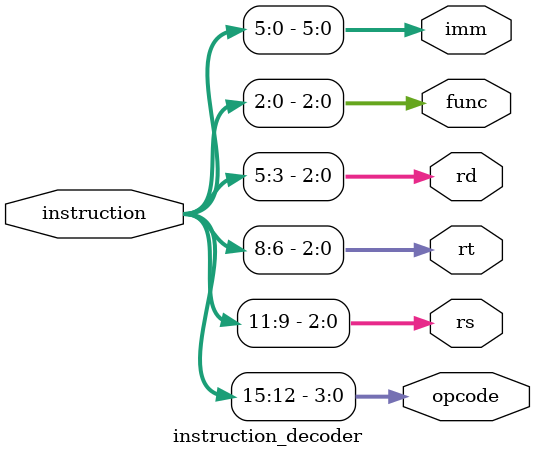
<source format=v>
module instruction_decoder(opcode, rs, rt, rd, func, imm, instruction);

	input [15:0] instruction;
	output [3:0]opcode;
	output [2:0] rs, rt, rd, func;
	output [5:0] imm;
	
	
	buf buf15(opcode[3], instruction[15]);
	buf buf14(opcode[2], instruction[14]);
	buf buf13(opcode[1], instruction[13]);
	buf buf12(opcode[0], instruction[12]);
	buf buf11(rs[2], 	instruction[11]);
	buf buf10(rs[1], 	instruction[10]);
	buf buf9 (rs[0], 	instruction[9]);
	buf buf8 (rt[2], 	instruction[8]);
	buf buf7 (rt[1], 	instruction[7]);
	buf buf6 (rt[0], 	instruction[6]);
	buf buf5 (rd[2], 	instruction[5]);
	buf buf4 (rd[1], 	instruction[4]);
	buf buf3 (rd[0], 	instruction[3]);
	buf buf2 (func[2],instruction[2]);
	buf buf1 (func[1],instruction[1]);
	buf buf0 (func[0],instruction[0]);
	buf buf25 (imm[5], instruction[5]);
	buf buf24 (imm[4], instruction[4]);
	buf buf23 (imm[3], instruction[3]);
	buf buf22 (imm[2], instruction[2]);
	buf buf21 (imm[1], instruction[1]);
	buf buf20 (imm[0], instruction[0]);
	
	
endmodule 

</source>
